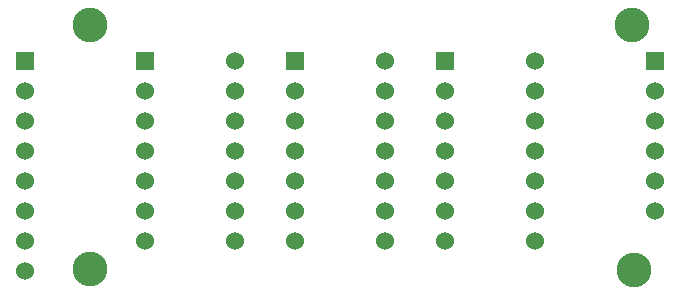
<source format=gbr>
G04 start of page 6 for group 4 idx 4 *
G04 Title: (unknown), power *
G04 Creator: pcb 4.2.2 *
G04 CreationDate: Mon Nov 25 01:58:05 2024 UTC *
G04 For: electronics *
G04 Format: Gerber/RS-274X *
G04 PCB-Dimensions (mil): 2500.00 1000.00 *
G04 PCB-Coordinate-Origin: lower left *
%MOIN*%
%FSLAX25Y25*%
%LNGROUP4*%
%ADD41C,0.0280*%
%ADD40C,0.0380*%
%ADD39C,0.1100*%
%ADD38C,0.1160*%
%ADD37C,0.0600*%
%ADD36C,0.0001*%
G54D36*G36*
X227000Y83000D02*Y77000D01*
X233000D01*
Y83000D01*
X227000D01*
G37*
G54D37*X230000Y70000D03*
Y60000D03*
Y50000D03*
Y40000D03*
Y30000D03*
X20000Y50000D03*
Y40000D03*
Y30000D03*
Y20000D03*
G54D36*G36*
X17000Y83000D02*Y77000D01*
X23000D01*
Y83000D01*
X17000D01*
G37*
G54D37*X20000Y70000D03*
Y60000D03*
Y10000D03*
G54D36*G36*
X57000Y83000D02*Y77000D01*
X63000D01*
Y83000D01*
X57000D01*
G37*
G54D37*X60000Y70000D03*
Y60000D03*
Y50000D03*
X90000D03*
Y60000D03*
Y70000D03*
Y80000D03*
G54D36*G36*
X107000Y83000D02*Y77000D01*
X113000D01*
Y83000D01*
X107000D01*
G37*
G54D37*X110000Y70000D03*
X60000Y40000D03*
X90000D03*
X140000D03*
Y50000D03*
X60000Y30000D03*
Y20000D03*
X90000D03*
Y30000D03*
X140000Y20000D03*
Y30000D03*
X110000Y50000D03*
Y40000D03*
Y30000D03*
Y20000D03*
X190000D03*
Y30000D03*
Y40000D03*
Y50000D03*
Y60000D03*
Y70000D03*
Y80000D03*
X110000Y60000D03*
X140000D03*
Y70000D03*
Y80000D03*
G54D36*G36*
X157000Y83000D02*Y77000D01*
X163000D01*
Y83000D01*
X157000D01*
G37*
G54D37*X160000Y70000D03*
Y60000D03*
Y50000D03*
Y40000D03*
Y30000D03*
Y20000D03*
G54D38*X222170Y92069D03*
X222791Y10457D03*
X41464Y10679D03*
Y92132D03*
G54D39*G54D40*G54D41*M02*

</source>
